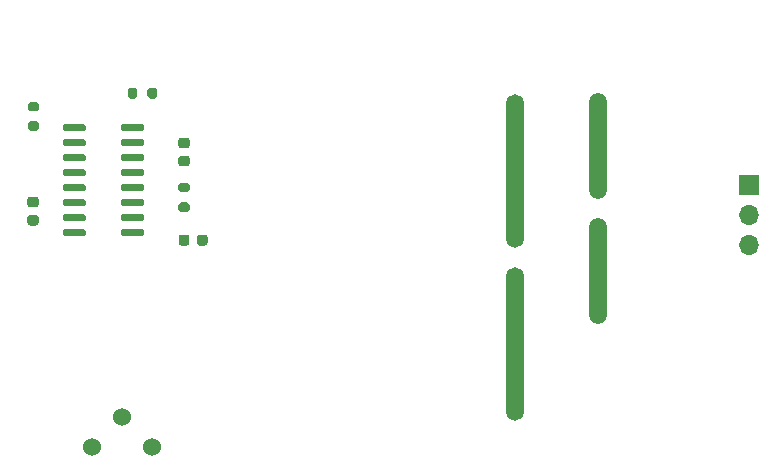
<source format=gbr>
%TF.GenerationSoftware,KiCad,Pcbnew,(5.1.9-0-10_14)*%
%TF.CreationDate,2021-02-13T20:36:48+01:00*%
%TF.ProjectId,f_buzzer,665f6275-7a7a-4657-922e-6b696361645f,rev?*%
%TF.SameCoordinates,Original*%
%TF.FileFunction,Soldermask,Top*%
%TF.FilePolarity,Negative*%
%FSLAX46Y46*%
G04 Gerber Fmt 4.6, Leading zero omitted, Abs format (unit mm)*
G04 Created by KiCad (PCBNEW (5.1.9-0-10_14)) date 2021-02-13 20:36:48*
%MOMM*%
%LPD*%
G01*
G04 APERTURE LIST*
%ADD10O,1.500000X9.000000*%
%ADD11O,1.500000X13.000000*%
%ADD12C,1.524000*%
%ADD13R,1.700000X1.700000*%
%ADD14O,1.700000X1.700000*%
G04 APERTURE END LIST*
%TO.C,U1*%
G36*
G01*
X128420000Y-81485000D02*
X128420000Y-81185000D01*
G75*
G02*
X128570000Y-81035000I150000J0D01*
G01*
X130220000Y-81035000D01*
G75*
G02*
X130370000Y-81185000I0J-150000D01*
G01*
X130370000Y-81485000D01*
G75*
G02*
X130220000Y-81635000I-150000J0D01*
G01*
X128570000Y-81635000D01*
G75*
G02*
X128420000Y-81485000I0J150000D01*
G01*
G37*
G36*
G01*
X128420000Y-82755000D02*
X128420000Y-82455000D01*
G75*
G02*
X128570000Y-82305000I150000J0D01*
G01*
X130220000Y-82305000D01*
G75*
G02*
X130370000Y-82455000I0J-150000D01*
G01*
X130370000Y-82755000D01*
G75*
G02*
X130220000Y-82905000I-150000J0D01*
G01*
X128570000Y-82905000D01*
G75*
G02*
X128420000Y-82755000I0J150000D01*
G01*
G37*
G36*
G01*
X128420000Y-84025000D02*
X128420000Y-83725000D01*
G75*
G02*
X128570000Y-83575000I150000J0D01*
G01*
X130220000Y-83575000D01*
G75*
G02*
X130370000Y-83725000I0J-150000D01*
G01*
X130370000Y-84025000D01*
G75*
G02*
X130220000Y-84175000I-150000J0D01*
G01*
X128570000Y-84175000D01*
G75*
G02*
X128420000Y-84025000I0J150000D01*
G01*
G37*
G36*
G01*
X128420000Y-85295000D02*
X128420000Y-84995000D01*
G75*
G02*
X128570000Y-84845000I150000J0D01*
G01*
X130220000Y-84845000D01*
G75*
G02*
X130370000Y-84995000I0J-150000D01*
G01*
X130370000Y-85295000D01*
G75*
G02*
X130220000Y-85445000I-150000J0D01*
G01*
X128570000Y-85445000D01*
G75*
G02*
X128420000Y-85295000I0J150000D01*
G01*
G37*
G36*
G01*
X128420000Y-86565000D02*
X128420000Y-86265000D01*
G75*
G02*
X128570000Y-86115000I150000J0D01*
G01*
X130220000Y-86115000D01*
G75*
G02*
X130370000Y-86265000I0J-150000D01*
G01*
X130370000Y-86565000D01*
G75*
G02*
X130220000Y-86715000I-150000J0D01*
G01*
X128570000Y-86715000D01*
G75*
G02*
X128420000Y-86565000I0J150000D01*
G01*
G37*
G36*
G01*
X128420000Y-87835000D02*
X128420000Y-87535000D01*
G75*
G02*
X128570000Y-87385000I150000J0D01*
G01*
X130220000Y-87385000D01*
G75*
G02*
X130370000Y-87535000I0J-150000D01*
G01*
X130370000Y-87835000D01*
G75*
G02*
X130220000Y-87985000I-150000J0D01*
G01*
X128570000Y-87985000D01*
G75*
G02*
X128420000Y-87835000I0J150000D01*
G01*
G37*
G36*
G01*
X128420000Y-89105000D02*
X128420000Y-88805000D01*
G75*
G02*
X128570000Y-88655000I150000J0D01*
G01*
X130220000Y-88655000D01*
G75*
G02*
X130370000Y-88805000I0J-150000D01*
G01*
X130370000Y-89105000D01*
G75*
G02*
X130220000Y-89255000I-150000J0D01*
G01*
X128570000Y-89255000D01*
G75*
G02*
X128420000Y-89105000I0J150000D01*
G01*
G37*
G36*
G01*
X128420000Y-90375000D02*
X128420000Y-90075000D01*
G75*
G02*
X128570000Y-89925000I150000J0D01*
G01*
X130220000Y-89925000D01*
G75*
G02*
X130370000Y-90075000I0J-150000D01*
G01*
X130370000Y-90375000D01*
G75*
G02*
X130220000Y-90525000I-150000J0D01*
G01*
X128570000Y-90525000D01*
G75*
G02*
X128420000Y-90375000I0J150000D01*
G01*
G37*
G36*
G01*
X123470000Y-90375000D02*
X123470000Y-90075000D01*
G75*
G02*
X123620000Y-89925000I150000J0D01*
G01*
X125270000Y-89925000D01*
G75*
G02*
X125420000Y-90075000I0J-150000D01*
G01*
X125420000Y-90375000D01*
G75*
G02*
X125270000Y-90525000I-150000J0D01*
G01*
X123620000Y-90525000D01*
G75*
G02*
X123470000Y-90375000I0J150000D01*
G01*
G37*
G36*
G01*
X123470000Y-89105000D02*
X123470000Y-88805000D01*
G75*
G02*
X123620000Y-88655000I150000J0D01*
G01*
X125270000Y-88655000D01*
G75*
G02*
X125420000Y-88805000I0J-150000D01*
G01*
X125420000Y-89105000D01*
G75*
G02*
X125270000Y-89255000I-150000J0D01*
G01*
X123620000Y-89255000D01*
G75*
G02*
X123470000Y-89105000I0J150000D01*
G01*
G37*
G36*
G01*
X123470000Y-87835000D02*
X123470000Y-87535000D01*
G75*
G02*
X123620000Y-87385000I150000J0D01*
G01*
X125270000Y-87385000D01*
G75*
G02*
X125420000Y-87535000I0J-150000D01*
G01*
X125420000Y-87835000D01*
G75*
G02*
X125270000Y-87985000I-150000J0D01*
G01*
X123620000Y-87985000D01*
G75*
G02*
X123470000Y-87835000I0J150000D01*
G01*
G37*
G36*
G01*
X123470000Y-86565000D02*
X123470000Y-86265000D01*
G75*
G02*
X123620000Y-86115000I150000J0D01*
G01*
X125270000Y-86115000D01*
G75*
G02*
X125420000Y-86265000I0J-150000D01*
G01*
X125420000Y-86565000D01*
G75*
G02*
X125270000Y-86715000I-150000J0D01*
G01*
X123620000Y-86715000D01*
G75*
G02*
X123470000Y-86565000I0J150000D01*
G01*
G37*
G36*
G01*
X123470000Y-85295000D02*
X123470000Y-84995000D01*
G75*
G02*
X123620000Y-84845000I150000J0D01*
G01*
X125270000Y-84845000D01*
G75*
G02*
X125420000Y-84995000I0J-150000D01*
G01*
X125420000Y-85295000D01*
G75*
G02*
X125270000Y-85445000I-150000J0D01*
G01*
X123620000Y-85445000D01*
G75*
G02*
X123470000Y-85295000I0J150000D01*
G01*
G37*
G36*
G01*
X123470000Y-84025000D02*
X123470000Y-83725000D01*
G75*
G02*
X123620000Y-83575000I150000J0D01*
G01*
X125270000Y-83575000D01*
G75*
G02*
X125420000Y-83725000I0J-150000D01*
G01*
X125420000Y-84025000D01*
G75*
G02*
X125270000Y-84175000I-150000J0D01*
G01*
X123620000Y-84175000D01*
G75*
G02*
X123470000Y-84025000I0J150000D01*
G01*
G37*
G36*
G01*
X123470000Y-82755000D02*
X123470000Y-82455000D01*
G75*
G02*
X123620000Y-82305000I150000J0D01*
G01*
X125270000Y-82305000D01*
G75*
G02*
X125420000Y-82455000I0J-150000D01*
G01*
X125420000Y-82755000D01*
G75*
G02*
X125270000Y-82905000I-150000J0D01*
G01*
X123620000Y-82905000D01*
G75*
G02*
X123470000Y-82755000I0J150000D01*
G01*
G37*
G36*
G01*
X123470000Y-81485000D02*
X123470000Y-81185000D01*
G75*
G02*
X123620000Y-81035000I150000J0D01*
G01*
X125270000Y-81035000D01*
G75*
G02*
X125420000Y-81185000I0J-150000D01*
G01*
X125420000Y-81485000D01*
G75*
G02*
X125270000Y-81635000I-150000J0D01*
G01*
X123620000Y-81635000D01*
G75*
G02*
X123470000Y-81485000I0J150000D01*
G01*
G37*
%TD*%
D10*
%TO.C,BZ2*%
X168810000Y-93490000D03*
X168820000Y-82850000D03*
%TD*%
D11*
%TO.C,BZ1*%
X161740000Y-99680000D03*
X161740000Y-85020000D03*
%TD*%
%TO.C,R3*%
G36*
G01*
X121265000Y-79965000D02*
X120715000Y-79965000D01*
G75*
G02*
X120515000Y-79765000I0J200000D01*
G01*
X120515000Y-79365000D01*
G75*
G02*
X120715000Y-79165000I200000J0D01*
G01*
X121265000Y-79165000D01*
G75*
G02*
X121465000Y-79365000I0J-200000D01*
G01*
X121465000Y-79765000D01*
G75*
G02*
X121265000Y-79965000I-200000J0D01*
G01*
G37*
G36*
G01*
X121265000Y-81615000D02*
X120715000Y-81615000D01*
G75*
G02*
X120515000Y-81415000I0J200000D01*
G01*
X120515000Y-81015000D01*
G75*
G02*
X120715000Y-80815000I200000J0D01*
G01*
X121265000Y-80815000D01*
G75*
G02*
X121465000Y-81015000I0J-200000D01*
G01*
X121465000Y-81415000D01*
G75*
G02*
X121265000Y-81615000I-200000J0D01*
G01*
G37*
%TD*%
%TO.C,R2*%
G36*
G01*
X130655000Y-78695000D02*
X130655000Y-78145000D01*
G75*
G02*
X130855000Y-77945000I200000J0D01*
G01*
X131255000Y-77945000D01*
G75*
G02*
X131455000Y-78145000I0J-200000D01*
G01*
X131455000Y-78695000D01*
G75*
G02*
X131255000Y-78895000I-200000J0D01*
G01*
X130855000Y-78895000D01*
G75*
G02*
X130655000Y-78695000I0J200000D01*
G01*
G37*
G36*
G01*
X129005000Y-78695000D02*
X129005000Y-78145000D01*
G75*
G02*
X129205000Y-77945000I200000J0D01*
G01*
X129605000Y-77945000D01*
G75*
G02*
X129805000Y-78145000I0J-200000D01*
G01*
X129805000Y-78695000D01*
G75*
G02*
X129605000Y-78895000I-200000J0D01*
G01*
X129205000Y-78895000D01*
G75*
G02*
X129005000Y-78695000I0J200000D01*
G01*
G37*
%TD*%
%TO.C,R1*%
G36*
G01*
X133465000Y-87675000D02*
X134015000Y-87675000D01*
G75*
G02*
X134215000Y-87875000I0J-200000D01*
G01*
X134215000Y-88275000D01*
G75*
G02*
X134015000Y-88475000I-200000J0D01*
G01*
X133465000Y-88475000D01*
G75*
G02*
X133265000Y-88275000I0J200000D01*
G01*
X133265000Y-87875000D01*
G75*
G02*
X133465000Y-87675000I200000J0D01*
G01*
G37*
G36*
G01*
X133465000Y-86025000D02*
X134015000Y-86025000D01*
G75*
G02*
X134215000Y-86225000I0J-200000D01*
G01*
X134215000Y-86625000D01*
G75*
G02*
X134015000Y-86825000I-200000J0D01*
G01*
X133465000Y-86825000D01*
G75*
G02*
X133265000Y-86625000I0J200000D01*
G01*
X133265000Y-86225000D01*
G75*
G02*
X133465000Y-86025000I200000J0D01*
G01*
G37*
%TD*%
%TO.C,C3*%
G36*
G01*
X134840000Y-91110000D02*
X134840000Y-90610000D01*
G75*
G02*
X135065000Y-90385000I225000J0D01*
G01*
X135515000Y-90385000D01*
G75*
G02*
X135740000Y-90610000I0J-225000D01*
G01*
X135740000Y-91110000D01*
G75*
G02*
X135515000Y-91335000I-225000J0D01*
G01*
X135065000Y-91335000D01*
G75*
G02*
X134840000Y-91110000I0J225000D01*
G01*
G37*
G36*
G01*
X133290000Y-91110000D02*
X133290000Y-90610000D01*
G75*
G02*
X133515000Y-90385000I225000J0D01*
G01*
X133965000Y-90385000D01*
G75*
G02*
X134190000Y-90610000I0J-225000D01*
G01*
X134190000Y-91110000D01*
G75*
G02*
X133965000Y-91335000I-225000J0D01*
G01*
X133515000Y-91335000D01*
G75*
G02*
X133290000Y-91110000I0J225000D01*
G01*
G37*
%TD*%
%TO.C,C2*%
G36*
G01*
X134000000Y-83075000D02*
X133500000Y-83075000D01*
G75*
G02*
X133275000Y-82850000I0J225000D01*
G01*
X133275000Y-82400000D01*
G75*
G02*
X133500000Y-82175000I225000J0D01*
G01*
X134000000Y-82175000D01*
G75*
G02*
X134225000Y-82400000I0J-225000D01*
G01*
X134225000Y-82850000D01*
G75*
G02*
X134000000Y-83075000I-225000J0D01*
G01*
G37*
G36*
G01*
X134000000Y-84625000D02*
X133500000Y-84625000D01*
G75*
G02*
X133275000Y-84400000I0J225000D01*
G01*
X133275000Y-83950000D01*
G75*
G02*
X133500000Y-83725000I225000J0D01*
G01*
X134000000Y-83725000D01*
G75*
G02*
X134225000Y-83950000I0J-225000D01*
G01*
X134225000Y-84400000D01*
G75*
G02*
X134000000Y-84625000I-225000J0D01*
G01*
G37*
%TD*%
%TO.C,C1*%
G36*
G01*
X120710000Y-88725000D02*
X121210000Y-88725000D01*
G75*
G02*
X121435000Y-88950000I0J-225000D01*
G01*
X121435000Y-89400000D01*
G75*
G02*
X121210000Y-89625000I-225000J0D01*
G01*
X120710000Y-89625000D01*
G75*
G02*
X120485000Y-89400000I0J225000D01*
G01*
X120485000Y-88950000D01*
G75*
G02*
X120710000Y-88725000I225000J0D01*
G01*
G37*
G36*
G01*
X120710000Y-87175000D02*
X121210000Y-87175000D01*
G75*
G02*
X121435000Y-87400000I0J-225000D01*
G01*
X121435000Y-87850000D01*
G75*
G02*
X121210000Y-88075000I-225000J0D01*
G01*
X120710000Y-88075000D01*
G75*
G02*
X120485000Y-87850000I0J225000D01*
G01*
X120485000Y-87400000D01*
G75*
G02*
X120710000Y-87175000I225000J0D01*
G01*
G37*
%TD*%
D12*
%TO.C,RV1*%
X131035000Y-108365000D03*
X125955000Y-108365000D03*
X128495000Y-105825000D03*
%TD*%
D13*
%TO.C,REF\u002A\u002A*%
X181580000Y-86230000D03*
D14*
X181580000Y-88770000D03*
X181580000Y-91310000D03*
%TD*%
M02*

</source>
